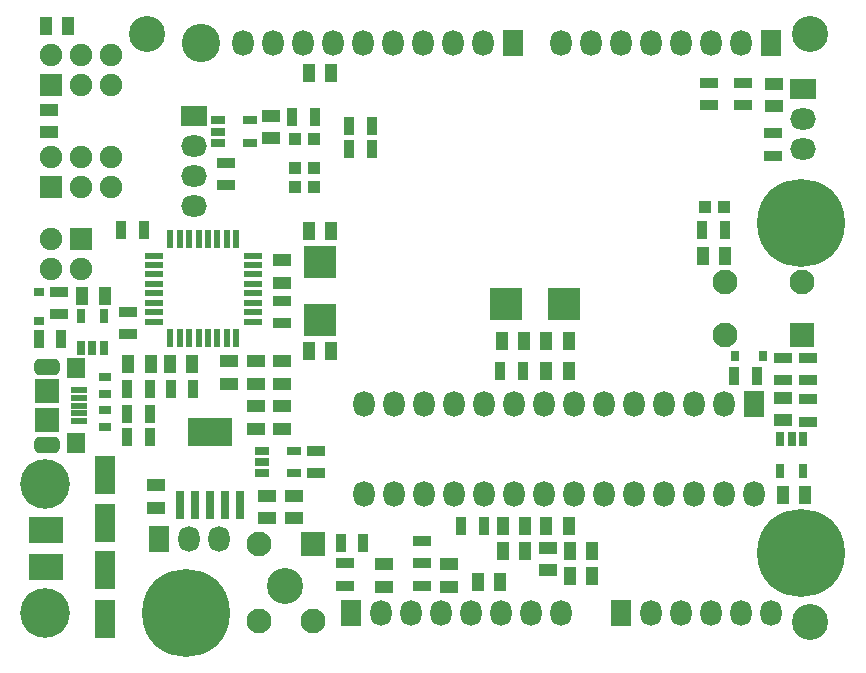
<source format=gts>
%FSLAX44Y44*%
%MOMM*%
G71*
G01*
G75*
G04 Layer_Color=8388736*
%ADD10R,2.5000X2.6000*%
%ADD11R,2.7000X2.0000*%
%ADD12R,1.6000X3.0000*%
%ADD13R,1.3000X0.7000*%
%ADD14R,0.9000X1.3000*%
%ADD15R,0.7000X1.3000*%
%ADD16R,1.5000X0.5000*%
%ADD17R,0.5000X1.5000*%
%ADD18R,1.3000X0.9000*%
%ADD19R,0.8000X0.8000*%
%ADD20R,0.5588X0.6858*%
%ADD21R,0.6858X0.5588*%
%ADD22C,1.0160*%
%ADD23R,1.4000X1.6000*%
%ADD24R,1.9000X1.9000*%
%ADD25R,1.3500X0.4000*%
%ADD26R,1.0000X0.5500*%
%ADD27R,0.5500X1.0000*%
%ADD28R,0.9000X0.6000*%
%ADD29R,0.6000X2.2000*%
%ADD30R,3.5000X2.2000*%
%ADD31R,2.6000X2.5000*%
%ADD32C,0.2000*%
%ADD33C,0.6000*%
%ADD34C,0.8000*%
%ADD35C,0.5000*%
%ADD36C,0.4000*%
%ADD37C,1.0000*%
%ADD38C,0.9000*%
%ADD39R,1.6000X2.0000*%
%ADD40O,1.6000X2.0000*%
%ADD41R,1.7000X1.7000*%
%ADD42C,1.7000*%
%ADD43O,2.0000X1.6000*%
%ADD44R,2.0000X1.6000*%
G04:AMPARAMS|DCode=45|XSize=2mm|YSize=1.2mm|CornerRadius=0.36mm|HoleSize=0mm|Usage=FLASHONLY|Rotation=0.000|XOffset=0mm|YOffset=0mm|HoleType=Round|Shape=RoundedRectangle|*
%AMROUNDEDRECTD45*
21,1,2.0000,0.4800,0,0,0.0*
21,1,1.2800,1.2000,0,0,0.0*
1,1,0.7200,0.6400,-0.2400*
1,1,0.7200,-0.6400,-0.2400*
1,1,0.7200,-0.6400,0.2400*
1,1,0.7200,0.6400,0.2400*
%
%ADD45ROUNDEDRECTD45*%
%ADD46C,4.0000*%
%ADD47C,7.4000*%
%ADD48C,3.2000*%
%ADD49R,1.9000X1.9000*%
%ADD50C,1.9000*%
%ADD51C,0.6000*%
%ADD52C,0.2540*%
%ADD53C,0.0800*%
%ADD54R,2.7000X2.8000*%
%ADD55R,2.9000X2.2000*%
%ADD56R,1.8000X3.2000*%
%ADD57R,1.5000X0.9000*%
%ADD58R,1.1000X1.5000*%
%ADD59R,0.9000X1.5000*%
%ADD60R,1.6200X0.6200*%
%ADD61R,0.6200X1.6200*%
%ADD62R,1.5000X1.1000*%
%ADD63R,1.0000X1.0000*%
%ADD64R,0.7112X0.8382*%
%ADD65R,0.8382X0.7112*%
%ADD66C,3.0480*%
%ADD67R,1.6000X1.8000*%
%ADD68R,2.1000X2.1000*%
%ADD69R,1.4500X0.5000*%
%ADD70R,1.2000X0.7500*%
%ADD71R,0.7500X1.2000*%
%ADD72R,1.1000X0.8000*%
%ADD73R,0.8000X2.4000*%
%ADD74R,3.7000X2.4000*%
%ADD75R,2.8000X2.7000*%
%ADD76R,1.8000X2.2000*%
%ADD77O,1.8000X2.2000*%
%ADD78O,2.2000X1.8000*%
%ADD79R,2.2000X1.8000*%
G04:AMPARAMS|DCode=80|XSize=2.2mm|YSize=1.4mm|CornerRadius=0.46mm|HoleSize=0mm|Usage=FLASHONLY|Rotation=0.000|XOffset=0mm|YOffset=0mm|HoleType=Round|Shape=RoundedRectangle|*
%AMROUNDEDRECTD80*
21,1,2.2000,0.4800,0,0,0.0*
21,1,1.2800,1.4000,0,0,0.0*
1,1,0.9200,0.6400,-0.2400*
1,1,0.9200,-0.6400,-0.2400*
1,1,0.9200,-0.6400,0.2400*
1,1,0.9200,0.6400,0.2400*
%
%ADD80ROUNDEDRECTD80*%
%ADD81C,4.2000*%
%ADD82C,7.4508*%
%ADD83C,3.2500*%
%ADD84R,2.1000X2.1000*%
%ADD85C,2.1000*%
D49*
X25400Y386080D02*
D03*
Y472440D02*
D03*
X50800Y342000D02*
D03*
D50*
Y386080D02*
D03*
X76200D02*
D03*
X25400Y411480D02*
D03*
X50800D02*
D03*
X76200D02*
D03*
Y497840D02*
D03*
X50800D02*
D03*
X25400D02*
D03*
X76200Y472440D02*
D03*
X50800D02*
D03*
X25400Y342000D02*
D03*
X50800Y316600D02*
D03*
X25400D02*
D03*
D54*
X459500Y287000D02*
D03*
X410500D02*
D03*
D55*
X21000Y96000D02*
D03*
Y64000D02*
D03*
D56*
X71000Y142500D02*
D03*
Y101500D02*
D03*
Y20500D02*
D03*
Y61500D02*
D03*
D57*
X339000Y86500D02*
D03*
Y67500D02*
D03*
X173000Y406500D02*
D03*
Y387500D02*
D03*
X90000Y261500D02*
D03*
Y280500D02*
D03*
X221000Y289500D02*
D03*
Y270500D02*
D03*
X611000Y474500D02*
D03*
Y455500D02*
D03*
X582000Y474500D02*
D03*
Y455500D02*
D03*
X636000Y412500D02*
D03*
Y431500D02*
D03*
X666000Y206500D02*
D03*
Y187500D02*
D03*
X32000Y297500D02*
D03*
Y278500D02*
D03*
X666000Y222500D02*
D03*
Y241500D02*
D03*
X274000Y48500D02*
D03*
Y67500D02*
D03*
X249000Y143500D02*
D03*
Y162500D02*
D03*
X645000Y222500D02*
D03*
Y241500D02*
D03*
X339000Y67500D02*
D03*
Y48500D02*
D03*
D58*
X596000Y328000D02*
D03*
X577000D02*
D03*
X125500Y236000D02*
D03*
X144500D02*
D03*
X243500Y349000D02*
D03*
X262500D02*
D03*
X243500Y247000D02*
D03*
X262500D02*
D03*
X39500Y522000D02*
D03*
X20500D02*
D03*
X262500Y482500D02*
D03*
X243500D02*
D03*
X464500Y78000D02*
D03*
X483500D02*
D03*
X444500Y230000D02*
D03*
X463500D02*
D03*
X407500Y99000D02*
D03*
X426500D02*
D03*
X463500D02*
D03*
X444500D02*
D03*
X425500Y256000D02*
D03*
X406500D02*
D03*
X444250D02*
D03*
X463250D02*
D03*
X663500Y125000D02*
D03*
X644500D02*
D03*
X70500Y294000D02*
D03*
X51500D02*
D03*
X109500Y236000D02*
D03*
X90500D02*
D03*
X483500Y57000D02*
D03*
X464500D02*
D03*
X407500Y78000D02*
D03*
X426500D02*
D03*
X405500Y52000D02*
D03*
X386500D02*
D03*
D59*
X84500Y350000D02*
D03*
X103500D02*
D03*
X296500Y438000D02*
D03*
X277500D02*
D03*
X296500Y418000D02*
D03*
X277500D02*
D03*
X108500Y215000D02*
D03*
X89500D02*
D03*
X108500Y194000D02*
D03*
X89500D02*
D03*
X108500Y174000D02*
D03*
X89500D02*
D03*
X622500Y226000D02*
D03*
X603500D02*
D03*
X229500Y445000D02*
D03*
X248500D02*
D03*
X405500Y230000D02*
D03*
X424500D02*
D03*
X576500Y350000D02*
D03*
X595500D02*
D03*
X33500Y257000D02*
D03*
X14500D02*
D03*
X372500Y99000D02*
D03*
X391500D02*
D03*
X270500Y85000D02*
D03*
X289500D02*
D03*
X126500Y215000D02*
D03*
X145500D02*
D03*
D60*
X196000Y272000D02*
D03*
Y280000D02*
D03*
Y288000D02*
D03*
Y296000D02*
D03*
Y304000D02*
D03*
Y312000D02*
D03*
Y320000D02*
D03*
Y328000D02*
D03*
X112000D02*
D03*
Y320000D02*
D03*
Y312000D02*
D03*
Y304000D02*
D03*
Y296000D02*
D03*
Y288000D02*
D03*
Y280000D02*
D03*
Y272000D02*
D03*
D61*
X182000Y342000D02*
D03*
X174000D02*
D03*
X166000D02*
D03*
X158000D02*
D03*
X150000D02*
D03*
X142000D02*
D03*
X134000D02*
D03*
X126000D02*
D03*
Y258000D02*
D03*
X134000D02*
D03*
X142000D02*
D03*
X150000D02*
D03*
X158000D02*
D03*
X166000D02*
D03*
X174000D02*
D03*
X182000D02*
D03*
D62*
X221000Y238500D02*
D03*
Y219500D02*
D03*
X199000Y219500D02*
D03*
Y238500D02*
D03*
X221000Y324000D02*
D03*
Y305000D02*
D03*
X176000Y219500D02*
D03*
Y238500D02*
D03*
X114000Y133500D02*
D03*
Y114500D02*
D03*
X23000Y451640D02*
D03*
Y432640D02*
D03*
X637000Y473500D02*
D03*
Y454500D02*
D03*
X208000Y124500D02*
D03*
Y105500D02*
D03*
X307000Y66500D02*
D03*
Y47500D02*
D03*
X362000Y66500D02*
D03*
Y47500D02*
D03*
X211000Y427500D02*
D03*
Y446500D02*
D03*
X221000Y200500D02*
D03*
Y181500D02*
D03*
X645000Y188500D02*
D03*
Y207500D02*
D03*
X231000Y124500D02*
D03*
Y105500D02*
D03*
X199000Y200500D02*
D03*
Y181500D02*
D03*
X446000Y80500D02*
D03*
Y61500D02*
D03*
D63*
X232000Y402000D02*
D03*
X248000D02*
D03*
X232000Y386000D02*
D03*
X248000D02*
D03*
X232000Y427000D02*
D03*
X248000D02*
D03*
X579000Y369000D02*
D03*
X595000D02*
D03*
D64*
X628192Y243000D02*
D03*
X603808D02*
D03*
D65*
X15000Y272808D02*
D03*
Y297192D02*
D03*
D66*
X223520Y48260D02*
D03*
X668020Y17780D02*
D03*
Y515620D02*
D03*
X106680D02*
D03*
D67*
X46500Y169000D02*
D03*
Y233000D02*
D03*
D68*
X22000Y189000D02*
D03*
Y213000D02*
D03*
X246500Y83500D02*
D03*
D69*
X48750Y188000D02*
D03*
Y194500D02*
D03*
Y201000D02*
D03*
Y207500D02*
D03*
Y214000D02*
D03*
D70*
X193500Y423500D02*
D03*
Y442500D02*
D03*
X166500Y423500D02*
D03*
Y433000D02*
D03*
Y442500D02*
D03*
X230500Y143500D02*
D03*
Y162500D02*
D03*
X203500Y143500D02*
D03*
Y153000D02*
D03*
Y162500D02*
D03*
D71*
X69500Y276500D02*
D03*
X50500D02*
D03*
X69500Y249500D02*
D03*
X60000D02*
D03*
X50500D02*
D03*
X642500Y145500D02*
D03*
X661500D02*
D03*
X642500Y172500D02*
D03*
X652000D02*
D03*
X661500D02*
D03*
D72*
X71000Y225500D02*
D03*
Y210500D02*
D03*
Y182500D02*
D03*
Y197500D02*
D03*
D73*
X134600Y117000D02*
D03*
X147300D02*
D03*
X160000D02*
D03*
X172700D02*
D03*
X185400D02*
D03*
D74*
X160000Y179000D02*
D03*
D75*
X253000Y273500D02*
D03*
Y322500D02*
D03*
D76*
X116200Y88000D02*
D03*
X416560Y508000D02*
D03*
X508000Y25400D02*
D03*
X635000Y508000D02*
D03*
X279400Y25400D02*
D03*
X620650Y201930D02*
D03*
D77*
X141600Y88000D02*
D03*
X167000D02*
D03*
X187960Y508000D02*
D03*
X213360D02*
D03*
X264160D02*
D03*
X238760D02*
D03*
X391160D02*
D03*
X365760D02*
D03*
X340360D02*
D03*
X289560D02*
D03*
X314960D02*
D03*
X533400Y25400D02*
D03*
X558800D02*
D03*
X584200D02*
D03*
X635000D02*
D03*
X609600D02*
D03*
X482600Y508000D02*
D03*
X457200D02*
D03*
X609600D02*
D03*
X584200D02*
D03*
X558800D02*
D03*
X508000D02*
D03*
X533400D02*
D03*
X431800Y25400D02*
D03*
X457200D02*
D03*
X304800D02*
D03*
X330200D02*
D03*
X355600D02*
D03*
X406400D02*
D03*
X381000D02*
D03*
X290450Y125730D02*
D03*
X315850D02*
D03*
X341250D02*
D03*
X366650D02*
D03*
X392050D02*
D03*
X417450D02*
D03*
X442850D02*
D03*
X468250D02*
D03*
X493650D02*
D03*
X519050D02*
D03*
X544450D02*
D03*
X569850D02*
D03*
X595250D02*
D03*
X620650D02*
D03*
X290450Y201930D02*
D03*
X315850D02*
D03*
X341250D02*
D03*
X366650D02*
D03*
X392050D02*
D03*
X417450D02*
D03*
X442850D02*
D03*
X468250D02*
D03*
X493650D02*
D03*
X519050D02*
D03*
X544450D02*
D03*
X569850D02*
D03*
X595250D02*
D03*
D78*
X146000Y369800D02*
D03*
Y395200D02*
D03*
Y420600D02*
D03*
X662000Y418200D02*
D03*
Y443600D02*
D03*
D79*
X146000Y446000D02*
D03*
X662000Y469000D02*
D03*
D80*
X22000Y168000D02*
D03*
Y234000D02*
D03*
D81*
X20320Y25400D02*
D03*
Y134620D02*
D03*
D82*
X139700Y25400D02*
D03*
X660400Y76200D02*
D03*
Y355600D02*
D03*
D83*
X152400Y508000D02*
D03*
D84*
X660500Y260500D02*
D03*
D85*
X595500D02*
D03*
X660500Y305500D02*
D03*
X595500D02*
D03*
X246500Y18500D02*
D03*
X201500Y83500D02*
D03*
Y18500D02*
D03*
M02*

</source>
